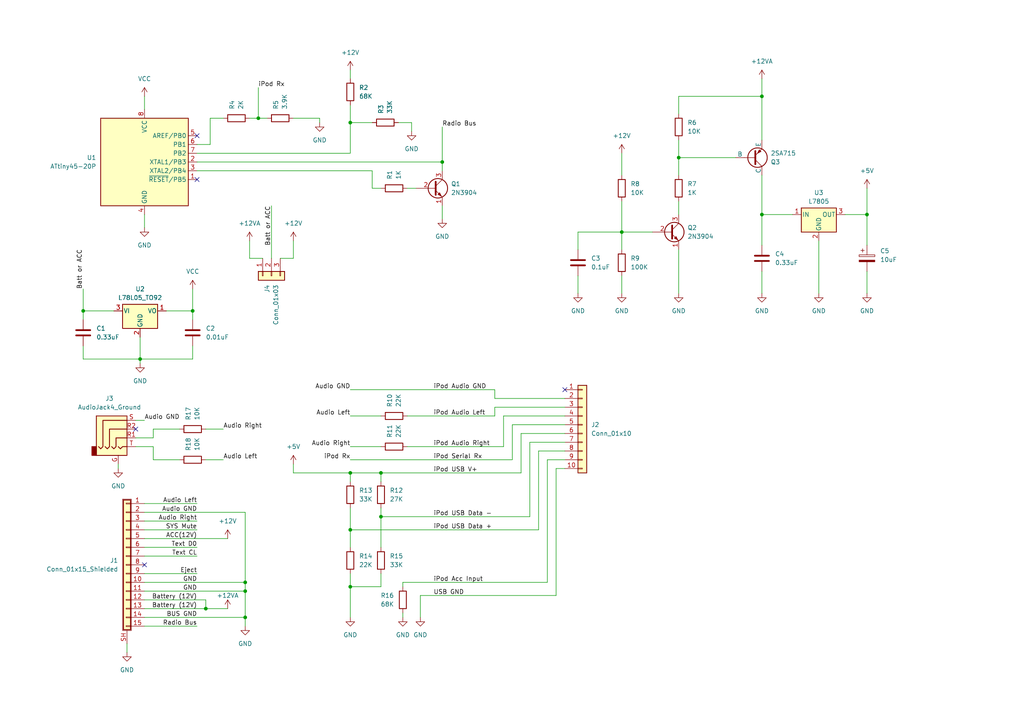
<source format=kicad_sch>
(kicad_sch (version 20230121) (generator eeschema)
  (paper "A4")
  (lib_symbols
    (symbol "Connector_Audio:AudioJack4_Ground"
      (property "Reference" "J" (at 0 8.89 0))
      (property "Value" "AudioJack4_Ground" (at 0 6.35 0))
      (symbol "AudioJack4_Ground_0_1"
        (rectangle (start -6.35 -7.62) (end -7.62 -5.08) (stroke (width 0.254)) (fill (type outline)))
        (polyline (pts (xy 0 -5.08) (xy 0.635 -5.715) (xy 1.27 -5.08) (xy 2.54 -5.08)) (stroke (width 0.254)))
        (polyline (pts (xy -5.715 -5.08) (xy -5.08 -5.715) (xy -4.445 -5.08) (xy -4.445 2.54) (xy 2.54 2.54)) (stroke (width 0.254)))
        (polyline (pts (xy -1.905 -5.08) (xy -1.27 -5.715) (xy -0.635 -5.08) (xy -0.635 -2.54) (xy 2.54 -2.54)) (stroke (width 0.254)))
        (polyline (pts (xy 2.54 0) (xy -2.54 0) (xy -2.54 -5.08) (xy -3.175 -5.715) (xy -3.81 -5.08)) (stroke (width 0.254)))
        (rectangle (start 2.54 3.81) (end -6.35 -7.62) (stroke (width 0.254)) (fill (type background)))
      )
      (symbol "AudioJack4_Ground_1_1"
        (pin passive line (at 0 -10.16 90) (length 2.54) (name "~") (number "G"))
        (pin passive line (at 5.08 -2.54 180) (length 2.54) (name "~") (number "R1"))
        (pin passive line (at 5.08 0 180) (length 2.54) (name "~") (number "R2"))
        (pin passive line (at 5.08 2.54 180) (length 2.54) (name "~") (number "S"))
        (pin passive line (at 5.08 -5.08 180) (length 2.54) (name "~") (number "T"))
      )
    )
    (symbol "Connector_Generic:Conn_01x03" (pin_names (offset 1.016) hide)
      (property "Reference" "J" (at 0 5.08 0))
      (property "Value" "Conn_01x03" (at 0 -5.08 0))
      (symbol "Conn_01x03_1_1"
        (rectangle (start -1.27 -2.413) (end 0 -2.667) (stroke (width 0.1524)))
        (rectangle (start -1.27 0.127) (end 0 -0.127) (stroke (width 0.1524)))
        (rectangle (start -1.27 2.667) (end 0 2.413) (stroke (width 0.1524)))
        (rectangle (start -1.27 3.81) (end 1.27 -3.81) (stroke (width 0.254)) (fill (type background)))
        (pin passive line (at -5.08 2.54 0) (length 3.81) (name "Pin_1") (number "1"))
        (pin passive line (at -5.08 0 0) (length 3.81) (name "Pin_2") (number "2"))
        (pin passive line (at -5.08 -2.54 0) (length 3.81) (name "Pin_3") (number "3"))
      )
    )
    (symbol "Connector_Generic:Conn_01x10" (pin_names (offset 1.016) hide)
      (property "Reference" "J" (at 0 12.7 0))
      (property "Value" "Conn_01x10" (at 0 -15.24 0))
      (symbol "Conn_01x10_1_1"
        (rectangle (start -1.27 -12.573) (end 0 -12.827) (stroke (width 0.1524)))
        (rectangle (start -1.27 -10.033) (end 0 -10.287) (stroke (width 0.1524)))
        (rectangle (start -1.27 -7.493) (end 0 -7.747) (stroke (width 0.1524)))
        (rectangle (start -1.27 -4.953) (end 0 -5.207) (stroke (width 0.1524)))
        (rectangle (start -1.27 -2.413) (end 0 -2.667) (stroke (width 0.1524)))
        (rectangle (start -1.27 0.127) (end 0 -0.127) (stroke (width 0.1524)))
        (rectangle (start -1.27 2.667) (end 0 2.413) (stroke (width 0.1524)))
        (rectangle (start -1.27 5.207) (end 0 4.953) (stroke (width 0.1524)))
        (rectangle (start -1.27 7.747) (end 0 7.493) (stroke (width 0.1524)))
        (rectangle (start -1.27 10.287) (end 0 10.033) (stroke (width 0.1524)))
        (rectangle (start -1.27 11.43) (end 1.27 -13.97) (stroke (width 0.254)) (fill (type background)))
        (pin passive line (at -5.08 10.16 0) (length 3.81) (name "Pin_1") (number "1"))
        (pin passive line (at -5.08 -12.7 0) (length 3.81) (name "Pin_10") (number "10"))
        (pin passive line (at -5.08 7.62 0) (length 3.81) (name "Pin_2") (number "2"))
        (pin passive line (at -5.08 5.08 0) (length 3.81) (name "Pin_3") (number "3"))
        (pin passive line (at -5.08 2.54 0) (length 3.81) (name "Pin_4") (number "4"))
        (pin passive line (at -5.08 0 0) (length 3.81) (name "Pin_5") (number "5"))
        (pin passive line (at -5.08 -2.54 0) (length 3.81) (name "Pin_6") (number "6"))
        (pin passive line (at -5.08 -5.08 0) (length 3.81) (name "Pin_7") (number "7"))
        (pin passive line (at -5.08 -7.62 0) (length 3.81) (name "Pin_8") (number "8"))
        (pin passive line (at -5.08 -10.16 0) (length 3.81) (name "Pin_9") (number "9"))
      )
    )
    (symbol "Connector_Generic_Shielded:Conn_01x15_Shielded" (pin_names (offset 1.016) hide)
      (property "Reference" "J" (at 0.254 20.066 0))
      (property "Value" "Conn_01x15_Shielded" (at 1.016 -20.066 0))
      (symbol "Conn_01x15_Shielded_1_1"
        (rectangle (start -1.27 19.05) (end 1.27 -19.05) (stroke (width 0.1524)))
        (rectangle (start -1.016 -17.653) (end 0.254 -17.907) (stroke (width 0.1524)))
        (rectangle (start -1.016 -15.113) (end 0.254 -15.367) (stroke (width 0.1524)))
        (rectangle (start -1.016 -12.573) (end 0.254 -12.827) (stroke (width 0.1524)))
        (rectangle (start -1.016 -10.033) (end 0.254 -10.287) (stroke (width 0.1524)))
        (rectangle (start -1.016 -7.493) (end 0.254 -7.747) (stroke (width 0.1524)))
        (rectangle (start -1.016 -4.953) (end 0.254 -5.207) (stroke (width 0.1524)))
        (rectangle (start -1.016 -2.413) (end 0.254 -2.667) (stroke (width 0.1524)))
        (rectangle (start -1.016 0.127) (end 0.254 -0.127) (stroke (width 0.1524)))
        (rectangle (start -1.016 2.667) (end 0.254 2.413) (stroke (width 0.1524)))
        (rectangle (start -1.016 5.207) (end 0.254 4.953) (stroke (width 0.1524)))
        (rectangle (start -1.016 7.747) (end 0.254 7.493) (stroke (width 0.1524)))
        (rectangle (start -1.016 10.287) (end 0.254 10.033) (stroke (width 0.1524)))
        (rectangle (start -1.016 12.827) (end 0.254 12.573) (stroke (width 0.1524)))
        (rectangle (start -1.016 15.367) (end 0.254 15.113) (stroke (width 0.1524)))
        (rectangle (start -1.016 17.907) (end 0.254 17.653) (stroke (width 0.1524)))
        (rectangle (start -1.016 18.796) (end 1.016 -18.796) (stroke (width 0.254)) (fill (type background)))
        (pin passive line (at -5.08 17.78 0) (length 4.064) (name "Pin_1") (number "1"))
        (pin passive line (at -5.08 -5.08 0) (length 4.064) (name "Pin_10") (number "10"))
        (pin passive line (at -5.08 -7.62 0) (length 4.064) (name "Pin_11") (number "11"))
        (pin passive line (at -5.08 -10.16 0) (length 4.064) (name "Pin_12") (number "12"))
        (pin passive line (at -5.08 -12.7 0) (length 4.064) (name "Pin_13") (number "13"))
        (pin passive line (at -5.08 -15.24 0) (length 4.064) (name "Pin_14") (number "14"))
        (pin passive line (at -5.08 -17.78 0) (length 4.064) (name "Pin_15") (number "15"))
        (pin passive line (at -5.08 15.24 0) (length 4.064) (name "Pin_2") (number "2"))
        (pin passive line (at -5.08 12.7 0) (length 4.064) (name "Pin_3") (number "3"))
        (pin passive line (at -5.08 10.16 0) (length 4.064) (name "Pin_4") (number "4"))
        (pin passive line (at -5.08 7.62 0) (length 4.064) (name "Pin_5") (number "5"))
        (pin passive line (at -5.08 5.08 0) (length 4.064) (name "Pin_6") (number "6"))
        (pin passive line (at -5.08 2.54 0) (length 4.064) (name "Pin_7") (number "7"))
        (pin passive line (at -5.08 0 0) (length 4.064) (name "Pin_8") (number "8"))
        (pin passive line (at -5.08 -2.54 0) (length 4.064) (name "Pin_9") (number "9"))
        (pin passive line (at 0 -22.86 90) (length 3.81) (name "Shield") (number "SH"))
      )
    )
    (symbol "Device:C" (pin_numbers hide) (pin_names (offset 0.254))
      (property "Reference" "C" (at 0.635 2.54 0))
      (property "Value" "C" (at 0.635 -2.54 0))
      (symbol "C_0_1"
        (polyline (pts (xy -2.032 -0.762) (xy 2.032 -0.762)) (stroke (width 0.508)))
        (polyline (pts (xy -2.032 0.762) (xy 2.032 0.762)) (stroke (width 0.508)))
      )
      (symbol "C_1_1"
        (pin passive line (at 0 3.81 270) (length 2.794) (name "~") (number "1"))
        (pin passive line (at 0 -3.81 90) (length 2.794) (name "~") (number "2"))
      )
    )
    (symbol "Device:C_Polarized" (pin_numbers hide) (pin_names (offset 0.254))
      (property "Reference" "C" (at 0.635 2.54 0))
      (property "Value" "C_Polarized" (at 0.635 -2.54 0))
      (symbol "C_Polarized_0_1"
        (rectangle (start -2.286 0.508) (end 2.286 1.016))
        (polyline (pts (xy -1.778 2.286) (xy -0.762 2.286)))
        (polyline (pts (xy -1.27 2.794) (xy -1.27 1.778)))
        (rectangle (start 2.286 -0.508) (end -2.286 -1.016) (fill (type outline)))
      )
      (symbol "C_Polarized_1_1"
        (pin passive line (at 0 3.81 270) (length 2.794) (name "~") (number "1"))
        (pin passive line (at 0 -3.81 90) (length 2.794) (name "~") (number "2"))
      )
    )
    (symbol "Device:R" (pin_numbers hide) (pin_names (offset 0))
      (property "Reference" "R" (at 2.032 0 90))
      (property "Value" "R" (at 0 0 90))
      (symbol "R_0_1"
        (rectangle (start -1.016 -2.54) (end 1.016 2.54) (stroke (width 0.254)))
      )
      (symbol "R_1_1"
        (pin passive line (at 0 3.81 270) (length 1.27) (name "~") (number "1"))
        (pin passive line (at 0 -3.81 90) (length 1.27) (name "~") (number "2"))
      )
    )
    (symbol "MCU_Microchip_ATtiny:ATtiny45-20P"
      (property "Reference" "U" (at -12.7 13.97 0))
      (property "Value" "ATtiny45-20P" (at 2.54 -13.97 0))
      (symbol "ATtiny45-20P_0_1"
        (rectangle (start -12.7 -12.7) (end 12.7 12.7) (stroke (width 0.254)) (fill (type background)))
      )
      (symbol "ATtiny45-20P_1_1"
        (pin bidirectional line (at 15.24 -5.08 180) (length 2.54) (name "~{RESET}/PB5") (number "1"))
        (pin bidirectional line (at 15.24 0 180) (length 2.54) (name "XTAL1/PB3") (number "2"))
        (pin bidirectional line (at 15.24 -2.54 180) (length 2.54) (name "XTAL2/PB4") (number "3"))
        (pin power_in line (at 0 -15.24 90) (length 2.54) (name "GND") (number "4"))
        (pin bidirectional line (at 15.24 7.62 180) (length 2.54) (name "AREF/PB0") (number "5"))
        (pin bidirectional line (at 15.24 5.08 180) (length 2.54) (name "PB1") (number "6"))
        (pin bidirectional line (at 15.24 2.54 180) (length 2.54) (name "PB2") (number "7"))
        (pin power_in line (at 0 15.24 270) (length 2.54) (name "VCC") (number "8"))
      )
    )
    (symbol "Regulator_Linear:L7805" (pin_names (offset 0.254))
      (property "Reference" "U" (at -3.81 3.175 0))
      (property "Value" "L7805" (at 0 3.175 0))
      (symbol "L7805_0_1"
        (rectangle (start -5.08 1.905) (end 5.08 -5.08) (stroke (width 0.254)) (fill (type background)))
      )
      (symbol "L7805_1_1"
        (pin power_in line (at -7.62 0 0) (length 2.54) (name "IN") (number "1"))
        (pin power_in line (at 0 -7.62 90) (length 2.54) (name "GND") (number "2"))
        (pin power_out line (at 7.62 0 180) (length 2.54) (name "OUT") (number "3"))
      )
    )
    (symbol "Regulator_Linear:L78L05_TO92" (pin_names (offset 0.254))
      (property "Reference" "U" (at -3.81 3.175 0))
      (property "Value" "L78L05_TO92" (at 0 3.175 0))
      (symbol "L78L05_TO92_0_1"
        (rectangle (start -5.08 -5.08) (end 5.08 1.905) (stroke (width 0.254)) (fill (type background)))
      )
      (symbol "L78L05_TO92_1_1"
        (pin power_out line (at 7.62 0 180) (length 2.54) (name "VO") (number "1"))
        (pin power_in line (at 0 -7.62 90) (length 2.54) (name "GND") (number "2"))
        (pin power_in line (at -7.62 0 0) (length 2.54) (name "VI") (number "3"))
      )
    )
    (symbol "Simulation_SPICE:PNP" (pin_numbers hide) (pin_names (offset 0))
      (property "Reference" "Q" (at -2.54 7.62 0))
      (property "Value" "PNP" (at -2.54 5.08 0))
      (symbol "PNP_0_1"
        (polyline (pts (xy -2.54 0) (xy 0.635 0)) (stroke (width 0.1524)))
        (polyline (pts (xy 0.635 0.635) (xy 2.54 2.54)))
        (polyline (pts (xy 0.635 -0.635) (xy 2.54 -2.54) (xy 2.54 -2.54)))
        (polyline (pts (xy 0.635 1.905) (xy 0.635 -1.905) (xy 0.635 -1.905)) (stroke (width 0.508)))
        (polyline (pts (xy 2.286 -1.778) (xy 1.778 -2.286) (xy 1.27 -1.27) (xy 2.286 -1.778) (xy 2.286 -1.778)) (fill (type outline)))
        (circle (center 1.27 0) (radius 2.8194) (stroke (width 0.254)))
      )
      (symbol "PNP_1_1"
        (pin open_collector line (at 2.54 5.08 270) (length 2.54) (name "C") (number "1"))
        (pin input line (at -5.08 0 0) (length 2.54) (name "B") (number "2"))
        (pin open_emitter line (at 2.54 -5.08 90) (length 2.54) (name "E") (number "3"))
      )
    )
    (symbol "Transistor_BJT:2N3904" (pin_names (offset 0) hide)
      (property "Reference" "Q" (at 5.08 1.905 0))
      (property "Value" "2N3904" (at 5.08 0 0))
      (symbol "2N3904_0_1"
        (polyline (pts (xy 0.635 0.635) (xy 2.54 2.54)))
        (polyline (pts (xy 0.635 -0.635) (xy 2.54 -2.54) (xy 2.54 -2.54)))
        (polyline (pts (xy 0.635 1.905) (xy 0.635 -1.905) (xy 0.635 -1.905)) (stroke (width 0.508)))
        (polyline (pts (xy 1.27 -1.778) (xy 1.778 -1.27) (xy 2.286 -2.286) (xy 1.27 -1.778) (xy 1.27 -1.778)) (fill (type outline)))
        (circle (center 1.27 0) (radius 2.8194) (stroke (width 0.254)))
      )
      (symbol "2N3904_1_1"
        (pin passive line (at 2.54 -5.08 90) (length 2.54) (name "E") (number "1"))
        (pin passive line (at -5.08 0 0) (length 5.715) (name "B") (number "2"))
        (pin passive line (at 2.54 5.08 270) (length 2.54) (name "C") (number "3"))
      )
    )
    (symbol "power:+12V" (power) (pin_names (offset 0))
      (property "Value" "+12V" (at 0 3.556 0))
      (symbol "+12V_0_1"
        (polyline (pts (xy -0.762 1.27) (xy 0 2.54)))
        (polyline (pts (xy 0 0) (xy 0 2.54)))
        (polyline (pts (xy 0 2.54) (xy 0.762 1.27)))
      )
      (symbol "+12V_1_1"
        (pin power_in line (at 0 0 90) (length 0) hide (name "+12V") (number "1"))
      )
    )
    (symbol "power:+12VA" (power) (pin_names (offset 0))
      (property "Value" "+12VA" (at 0 3.556 0))
      (symbol "+12VA_0_1"
        (polyline (pts (xy -0.762 1.27) (xy 0 2.54)))
        (polyline (pts (xy 0 0) (xy 0 2.54)))
        (polyline (pts (xy 0 2.54) (xy 0.762 1.27)))
      )
      (symbol "+12VA_1_1"
        (pin power_in line (at 0 0 90) (length 0) hide (name "+12VA") (number "1"))
      )
    )
    (symbol "power:+5V" (power) (pin_names (offset 0))
      (property "Value" "+5V" (at 0 3.556 0))
      (symbol "+5V_0_1"
        (polyline (pts (xy -0.762 1.27) (xy 0 2.54)))
        (polyline (pts (xy 0 0) (xy 0 2.54)))
        (polyline (pts (xy 0 2.54) (xy 0.762 1.27)))
      )
      (symbol "+5V_1_1"
        (pin power_in line (at 0 0 90) (length 0) hide (name "+5V") (number "1"))
      )
    )
    (symbol "power:GND" (power) (pin_names (offset 0))
      (property "Value" "GND" (at 0 -3.81 0))
      (symbol "GND_0_1"
        (polyline (pts (xy 0 0) (xy 0 -1.27) (xy 1.27 -1.27) (xy 0 -2.54) (xy -1.27 -1.27) (xy 0 -1.27)))
      )
      (symbol "GND_1_1"
        (pin power_in line (at 0 0 270) (length 0) hide (name "GND") (number "1"))
      )
    )
    (symbol "power:VCC" (power) (pin_names (offset 0))
      (property "Value" "VCC" (at 0 3.81 0))
      (symbol "VCC_0_1"
        (polyline (pts (xy -0.762 1.27) (xy 0 2.54)))
        (polyline (pts (xy 0 0) (xy 0 2.54)))
        (polyline (pts (xy 0 2.54) (xy 0.762 1.27)))
      )
      (symbol "VCC_1_1"
        (pin power_in line (at 0 0 90) (length 0) hide (name "VCC") (number "1"))
      )
    )
  )
  (junction (at 59.69 176.53))
  (junction (at 196.85 45.72))
  (junction (at 110.49 137.16))
  (junction (at 40.64 104.14))
  (junction (at 74.93 34.29))
  (junction (at 101.6 35.56))
  (junction (at 71.12 168.91))
  (junction (at 128.27 46.99))
  (junction (at 220.98 62.23))
  (junction (at 101.6 153.67))
  (junction (at 110.49 149.86))
  (junction (at 55.88 90.17))
  (junction (at 101.6 170.18))
  (junction (at 101.6 137.16))
  (junction (at 24.13 90.17))
  (junction (at 71.12 179.07))
  (junction (at 180.34 67.31))
  (junction (at 220.98 27.94))
  (junction (at 71.12 171.45))
  (junction (at 251.46 62.23))
  (no_connect (at 163.83 113.03))
  (no_connect (at 41.91 163.83))
  (no_connect (at 39.37 124.46))
  (no_connect (at 57.15 39.37))
  (no_connect (at 57.15 52.07))
  (wire (pts (xy 36.83 189.23) (xy 36.83 186.69)))
  (wire (pts (xy 44.45 133.35) (xy 52.07 133.35)))
  (wire (pts (xy 24.13 83.82) (xy 24.13 90.17)))
  (wire (pts (xy 101.6 20.32) (xy 101.6 22.86)))
  (wire (pts (xy 220.98 62.23) (xy 220.98 71.12)))
  (wire (pts (xy 119.38 35.56) (xy 115.57 35.56)))
  (wire (pts (xy 156.21 153.67) (xy 156.21 130.81)))
  (wire (pts (xy 167.64 67.31) (xy 180.34 67.31)))
  (wire (pts (xy 116.84 168.91) (xy 116.84 170.18)))
  (wire (pts (xy 48.26 90.17) (xy 55.88 90.17)))
  (wire (pts (xy 128.27 36.83) (xy 128.27 46.99)))
  (wire (pts (xy 41.91 151.13) (xy 57.15 151.13)))
  (wire (pts (xy 118.11 129.54) (xy 146.05 129.54)))
  (wire (pts (xy 41.91 168.91) (xy 71.12 168.91)))
  (wire (pts (xy 110.49 137.16) (xy 110.49 139.7)))
  (wire (pts (xy 59.69 173.99) (xy 59.69 176.53)))
  (wire (pts (xy 220.98 62.23) (xy 229.87 62.23)))
  (wire (pts (xy 71.12 171.45) (xy 71.12 179.07)))
  (wire (pts (xy 119.38 38.1) (xy 119.38 35.56)))
  (wire (pts (xy 41.91 161.29) (xy 57.15 161.29)))
  (wire (pts (xy 24.13 100.33) (xy 24.13 104.14)))
  (wire (pts (xy 41.91 27.94) (xy 41.91 31.75)))
  (wire (pts (xy 57.15 49.53) (xy 107.95 49.53)))
  (wire (pts (xy 72.39 74.93) (xy 72.39 69.85)))
  (wire (pts (xy 237.49 69.85) (xy 237.49 85.09)))
  (wire (pts (xy 85.09 74.93) (xy 85.09 69.85)))
  (wire (pts (xy 161.29 135.89) (xy 163.83 135.89)))
  (wire (pts (xy 251.46 78.74) (xy 251.46 85.09)))
  (wire (pts (xy 161.29 172.72) (xy 161.29 135.89)))
  (wire (pts (xy 148.59 133.35) (xy 148.59 123.19)))
  (wire (pts (xy 196.85 58.42) (xy 196.85 62.23)))
  (wire (pts (xy 72.39 34.29) (xy 74.93 34.29)))
  (wire (pts (xy 196.85 45.72) (xy 196.85 50.8)))
  (wire (pts (xy 153.67 128.27) (xy 163.83 128.27)))
  (wire (pts (xy 101.6 129.54) (xy 110.49 129.54)))
  (wire (pts (xy 101.6 137.16) (xy 110.49 137.16)))
  (wire (pts (xy 220.98 78.74) (xy 220.98 85.09)))
  (wire (pts (xy 180.34 80.01) (xy 180.34 85.09)))
  (wire (pts (xy 167.64 80.01) (xy 167.64 85.09)))
  (wire (pts (xy 196.85 33.02) (xy 196.85 27.94)))
  (wire (pts (xy 180.34 58.42) (xy 180.34 67.31)))
  (wire (pts (xy 71.12 148.59) (xy 71.12 168.91)))
  (wire (pts (xy 110.49 147.32) (xy 110.49 149.86)))
  (wire (pts (xy 59.69 176.53) (xy 66.04 176.53)))
  (wire (pts (xy 101.6 170.18) (xy 101.6 166.37)))
  (wire (pts (xy 143.51 118.11) (xy 163.83 118.11)))
  (wire (pts (xy 101.6 133.35) (xy 148.59 133.35)))
  (wire (pts (xy 110.49 137.16) (xy 151.13 137.16)))
  (wire (pts (xy 78.74 59.69) (xy 78.74 74.93)))
  (wire (pts (xy 41.91 179.07) (xy 71.12 179.07)))
  (wire (pts (xy 153.67 149.86) (xy 153.67 128.27)))
  (wire (pts (xy 59.69 133.35) (xy 64.77 133.35)))
  (wire (pts (xy 101.6 35.56) (xy 101.6 44.45)))
  (wire (pts (xy 85.09 134.62) (xy 85.09 137.16)))
  (wire (pts (xy 180.34 67.31) (xy 189.23 67.31)))
  (wire (pts (xy 107.95 54.61) (xy 110.49 54.61)))
  (wire (pts (xy 44.45 127) (xy 44.45 124.46)))
  (wire (pts (xy 148.59 123.19) (xy 163.83 123.19)))
  (wire (pts (xy 24.13 92.71) (xy 24.13 90.17)))
  (wire (pts (xy 143.51 120.65) (xy 143.51 118.11)))
  (wire (pts (xy 146.05 129.54) (xy 146.05 120.65)))
  (wire (pts (xy 101.6 153.67) (xy 101.6 158.75)))
  (wire (pts (xy 101.6 153.67) (xy 156.21 153.67)))
  (wire (pts (xy 128.27 46.99) (xy 128.27 49.53)))
  (wire (pts (xy 74.93 25.4) (xy 74.93 34.29)))
  (wire (pts (xy 118.11 120.65) (xy 143.51 120.65)))
  (wire (pts (xy 213.36 45.72) (xy 196.85 45.72)))
  (wire (pts (xy 24.13 90.17) (xy 33.02 90.17)))
  (wire (pts (xy 40.64 105.41) (xy 40.64 104.14)))
  (wire (pts (xy 41.91 156.21) (xy 66.04 156.21)))
  (wire (pts (xy 85.09 34.29) (xy 92.71 34.29)))
  (wire (pts (xy 196.85 27.94) (xy 220.98 27.94)))
  (wire (pts (xy 101.6 120.65) (xy 110.49 120.65)))
  (wire (pts (xy 220.98 27.94) (xy 220.98 40.64)))
  (wire (pts (xy 180.34 44.45) (xy 180.34 50.8)))
  (wire (pts (xy 55.88 90.17) (xy 55.88 92.71)))
  (wire (pts (xy 81.28 74.93) (xy 85.09 74.93)))
  (wire (pts (xy 41.91 153.67) (xy 57.15 153.67)))
  (wire (pts (xy 41.91 62.23) (xy 41.91 66.04)))
  (wire (pts (xy 39.37 127) (xy 44.45 127)))
  (wire (pts (xy 251.46 62.23) (xy 251.46 71.12)))
  (wire (pts (xy 57.15 46.99) (xy 128.27 46.99)))
  (wire (pts (xy 121.92 179.07) (xy 121.92 172.72)))
  (wire (pts (xy 101.6 30.48) (xy 101.6 35.56)))
  (wire (pts (xy 39.37 129.54) (xy 44.45 129.54)))
  (wire (pts (xy 158.75 168.91) (xy 158.75 133.35)))
  (wire (pts (xy 220.98 50.8) (xy 220.98 62.23)))
  (wire (pts (xy 101.6 113.03) (xy 143.51 113.03)))
  (wire (pts (xy 60.96 34.29) (xy 64.77 34.29)))
  (wire (pts (xy 158.75 133.35) (xy 163.83 133.35)))
  (wire (pts (xy 92.71 34.29) (xy 92.71 35.56)))
  (wire (pts (xy 245.11 62.23) (xy 251.46 62.23)))
  (wire (pts (xy 39.37 121.92) (xy 41.91 121.92)))
  (wire (pts (xy 116.84 168.91) (xy 158.75 168.91)))
  (wire (pts (xy 57.15 44.45) (xy 101.6 44.45)))
  (wire (pts (xy 220.98 22.86) (xy 220.98 27.94)))
  (wire (pts (xy 146.05 120.65) (xy 163.83 120.65)))
  (wire (pts (xy 143.51 115.57) (xy 163.83 115.57)))
  (wire (pts (xy 40.64 97.79) (xy 40.64 104.14)))
  (wire (pts (xy 41.91 158.75) (xy 57.15 158.75)))
  (wire (pts (xy 107.95 49.53) (xy 107.95 54.61)))
  (wire (pts (xy 55.88 104.14) (xy 40.64 104.14)))
  (wire (pts (xy 71.12 168.91) (xy 71.12 171.45)))
  (wire (pts (xy 196.85 40.64) (xy 196.85 45.72)))
  (wire (pts (xy 110.49 149.86) (xy 153.67 149.86)))
  (wire (pts (xy 74.93 34.29) (xy 77.47 34.29)))
  (wire (pts (xy 156.21 130.81) (xy 163.83 130.81)))
  (wire (pts (xy 44.45 124.46) (xy 52.07 124.46)))
  (wire (pts (xy 76.2 74.93) (xy 72.39 74.93)))
  (wire (pts (xy 41.91 166.37) (xy 57.15 166.37)))
  (wire (pts (xy 24.13 104.14) (xy 40.64 104.14)))
  (wire (pts (xy 101.6 137.16) (xy 101.6 139.7)))
  (wire (pts (xy 44.45 129.54) (xy 44.45 133.35)))
  (wire (pts (xy 180.34 67.31) (xy 180.34 72.39)))
  (wire (pts (xy 118.11 54.61) (xy 120.65 54.61)))
  (wire (pts (xy 41.91 171.45) (xy 71.12 171.45)))
  (wire (pts (xy 85.09 137.16) (xy 101.6 137.16)))
  (wire (pts (xy 55.88 83.82) (xy 55.88 90.17)))
  (wire (pts (xy 151.13 137.16) (xy 151.13 125.73)))
  (wire (pts (xy 196.85 72.39) (xy 196.85 85.09)))
  (wire (pts (xy 167.64 72.39) (xy 167.64 67.31)))
  (wire (pts (xy 41.91 181.61) (xy 57.15 181.61)))
  (wire (pts (xy 34.29 135.89) (xy 34.29 134.62)))
  (wire (pts (xy 110.49 170.18) (xy 101.6 170.18)))
  (wire (pts (xy 101.6 170.18) (xy 101.6 179.07)))
  (wire (pts (xy 41.91 148.59) (xy 71.12 148.59)))
  (wire (pts (xy 41.91 173.99) (xy 59.69 173.99)))
  (wire (pts (xy 60.96 41.91) (xy 60.96 34.29)))
  (wire (pts (xy 57.15 41.91) (xy 60.96 41.91)))
  (wire (pts (xy 116.84 177.8) (xy 116.84 179.07)))
  (wire (pts (xy 128.27 63.5) (xy 128.27 59.69)))
  (wire (pts (xy 101.6 147.32) (xy 101.6 153.67)))
  (wire (pts (xy 251.46 54.61) (xy 251.46 62.23)))
  (wire (pts (xy 110.49 149.86) (xy 110.49 158.75)))
  (wire (pts (xy 110.49 166.37) (xy 110.49 170.18)))
  (wire (pts (xy 143.51 113.03) (xy 143.51 115.57)))
  (wire (pts (xy 121.92 172.72) (xy 161.29 172.72)))
  (wire (pts (xy 59.69 124.46) (xy 64.77 124.46)))
  (wire (pts (xy 101.6 35.56) (xy 107.95 35.56)))
  (wire (pts (xy 41.91 146.05) (xy 57.15 146.05)))
  (wire (pts (xy 55.88 100.33) (xy 55.88 104.14)))
  (wire (pts (xy 41.91 176.53) (xy 59.69 176.53)))
  (wire (pts (xy 151.13 125.73) (xy 163.83 125.73)))
  (wire (pts (xy 71.12 181.61) (xy 71.12 179.07)))
  (label "Text D0" (at 57.15 158.75 180))
  (label "Text CL" (at 57.15 161.29 180))
  (label "Audio Right" (at 57.15 151.13 180))
  (label "Batt or ACC" (at 78.74 59.69 270))
  (label "BUS GND" (at 57.15 179.07 180))
  (label "iPod USB V+" (at 125.73 137.16 0))
  (label "Batt or ACC" (at 24.13 83.82 90))
  (label "iPod Audio Right" (at 125.73 129.54 0))
  (label "iPod Rx" (at 74.93 25.4 0))
  (label "Audio Right" (at 101.6 129.54 180))
  (label "Audio Right" (at 64.77 124.46 0))
  (label "iPod Acc Input" (at 125.73 168.91 0))
  (label "Eject" (at 57.15 166.37 180))
  (label "iPod Serial Rx" (at 125.73 133.35 0))
  (label "Battery (12V)" (at 57.15 173.99 180))
  (label "USB GND" (at 125.73 172.72 0))
  (label "Audio Left" (at 57.15 146.05 180))
  (label "iPod USB Data +" (at 125.73 153.67 0))
  (label "iPod Rx" (at 101.6 133.35 180))
  (label "Audio GND" (at 57.15 148.59 180))
  (label "Radio Bus" (at 128.27 36.83 0))
  (label "iPod Audio GND" (at 125.73 113.03 0))
  (label "Audio Left" (at 64.77 133.35 0))
  (label "iPod Audio Left" (at 125.73 120.65 0))
  (label "GND" (at 57.15 171.45 180))
  (label "Audio Left" (at 101.6 120.65 180))
  (label "ACC(12V)" (at 57.15 156.21 180))
  (label "iPod USB Data -" (at 125.73 149.86 0))
  (label "Battery (12V)" (at 57.15 176.53 180))
  (label "Radio Bus" (at 57.15 181.61 180))
  (label "SYS Mute" (at 57.15 153.67 180))
  (label "GND" (at 57.15 168.91 180))
  (label "Audio GND" (at 101.6 113.03 180))
  (label "Audio GND" (at 41.91 121.92 0))
  (symbol (lib_id "power:GND") (at 71.12 181.61 0) (unit 1)
    (property "Reference" "#PWR026" (effects hide))
    (property "Value" "GND" (at 71.12 186.69 0))
  )
  (symbol (lib_id "Device:R") (at 114.3 129.54 90) (unit 1)
    (property "Reference" "R11" (at 113.03 127 0) (effects (justify left)))
    (property "Value" "22K" (at 115.57 127 0) (effects (justify left)))
    (property "Footprint" "Resistor_THT:R_Axial_DIN0204_L3.6mm_D1.6mm_P7.62mm_Horizontal" (effects hide))
  )
  (symbol (lib_id "Device:R") (at 55.88 133.35 90) (unit 1)
    (property "Reference" "R18" (at 54.61 130.81 0) (effects (justify left)))
    (property "Value" "10K" (at 57.15 130.81 0) (effects (justify left)))
    (property "Footprint" "Resistor_THT:R_Axial_DIN0204_L3.6mm_D1.6mm_P7.62mm_Horizontal" (effects hide))
  )
  (symbol (lib_id "power:+12VA") (at 72.39 69.85 0) (unit 1)
    (property "Reference" "#PWR07" (effects hide))
    (property "Value" "+12VA" (at 72.39 64.77 0))
  )
  (symbol (lib_id "power:+5V") (at 85.09 134.62 0) (unit 1)
    (property "Reference" "#PWR020" (effects hide))
    (property "Value" "+5V" (at 85.09 129.54 0))
  )
  (symbol (lib_id "MCU_Microchip_ATtiny:ATtiny45-20P") (at 41.91 46.99 0) (unit 1)
    (property "Reference" "U1" (at 27.94 45.72 0) (effects (justify right)))
    (property "Value" "ATtiny45-20P" (at 27.94 48.26 0) (effects (justify right)))
    (property "Footprint" "Package_DIP:DIP-8_W7.62mm" (effects hide))
    (property "Datasheet" "http://ww1.microchip.com/downloads/en/DeviceDoc/atmel-2586-avr-8-bit-microcontroller-attiny25-attiny45-attiny85_datasheet.pdf" (effects hide))
  )
  (symbol (lib_id "Device:C") (at 220.98 74.93 0) (unit 1)
    (property "Reference" "C4" (at 224.79 73.66 0) (effects (justify left)))
    (property "Value" "0.33uF" (at 224.79 76.2 0) (effects (justify left)))
    (property "Footprint" "Capacitor_THT:C_Disc_D5.0mm_W2.5mm_P2.50mm" (effects hide))
  )
  (symbol (lib_id "Device:R") (at 114.3 54.61 90) (unit 1)
    (property "Reference" "R1" (at 113.03 52.07 0) (effects (justify left)))
    (property "Value" "1K" (at 115.57 52.07 0) (effects (justify left)))
    (property "Footprint" "Resistor_THT:R_Axial_DIN0204_L3.6mm_D1.6mm_P7.62mm_Horizontal" (effects hide))
  )
  (symbol (lib_id "Device:R") (at 101.6 162.56 0) (unit 1)
    (property "Reference" "R14" (at 104.14 161.29 0) (effects (justify left)))
    (property "Value" "22K" (at 104.14 163.83 0) (effects (justify left)))
    (property "Footprint" "Resistor_THT:R_Axial_DIN0204_L3.6mm_D1.6mm_P7.62mm_Horizontal" (effects hide))
  )
  (symbol (lib_id "power:GND") (at 220.98 85.09 0) (unit 1)
    (property "Reference" "#PWR015" (effects hide))
    (property "Value" "GND" (at 220.98 90.17 0))
  )
  (symbol (lib_id "Device:R") (at 196.85 36.83 0) (unit 1)
    (property "Reference" "R6" (at 199.39 35.56 0) (effects (justify left)))
    (property "Value" "10K" (at 199.39 38.1 0) (effects (justify left)))
    (property "Footprint" "Resistor_THT:R_Axial_DIN0204_L3.6mm_D1.6mm_P7.62mm_Horizontal" (effects hide))
  )
  (symbol (lib_id "Device:R") (at 110.49 143.51 0) (unit 1)
    (property "Reference" "R12" (at 113.03 142.24 0) (effects (justify left)))
    (property "Value" "27K" (at 113.03 144.78 0) (effects (justify left)))
    (property "Footprint" "Resistor_THT:R_Axial_DIN0204_L3.6mm_D1.6mm_P7.62mm_Horizontal" (effects hide))
  )
  (symbol (lib_id "Simulation_SPICE:PNP") (at 218.44 45.72 0) (mirror x) (unit 1)
    (property "Reference" "Q3" (at 223.52 46.99 0) (effects (justify left)))
    (property "Value" "2SA715" (at 223.52 44.45 0) (effects (justify left)))
    (property "Footprint" "Package_TO_SOT_THT:TO-126-3_Horizontal_TabDown" (effects hide))
    (property "Sim.Device" "PNP" (effects hide))
    (property "Sim.Type" "GUMMELPOON" (effects hide))
    (property "Sim.Pins" "1=C 2=B 3=E" (effects hide))
  )
  (symbol (lib_id "power:GND") (at 167.64 85.09 0) (unit 1)
    (property "Reference" "#PWR012" (effects hide))
    (property "Value" "GND" (at 167.64 90.17 0))
  )
  (symbol (lib_id "Device:C") (at 24.13 96.52 0) (unit 1)
    (property "Reference" "C1" (at 27.94 95.25 0) (effects (justify left)))
    (property "Value" "0.33uF" (at 27.94 97.79 0) (effects (justify left)))
    (property "Footprint" "Capacitor_THT:C_Disc_D5.0mm_W2.5mm_P2.50mm" (effects hide))
  )
  (symbol (lib_id "power:GND") (at 237.49 85.09 0) (unit 1)
    (property "Reference" "#PWR016" (effects hide))
    (property "Value" "GND" (at 237.49 90.17 0))
  )
  (symbol (lib_id "Connector_Generic_Shielded:Conn_01x15_Shielded") (at 36.83 163.83 0) (mirror y) (unit 1)
    (property "Reference" "J1" (at 34.29 162.56 0) (effects (justify left)))
    (property "Value" "Conn_01x15_Shielded" (at 34.29 165.1 0) (effects (justify left)))
    (property "Footprint" "Connector:Mazda_Radio_Connector" (effects hide))
  )
  (symbol (lib_id "power:+5V") (at 251.46 54.61 0) (unit 1)
    (property "Reference" "#PWR018" (effects hide))
    (property "Value" "+5V" (at 251.46 49.53 0))
  )
  (symbol (lib_id "Device:R") (at 110.49 162.56 0) (unit 1)
    (property "Reference" "R15" (at 113.03 161.29 0) (effects (justify left)))
    (property "Value" "33K" (at 113.03 163.83 0) (effects (justify left)))
    (property "Footprint" "Resistor_THT:R_Axial_DIN0204_L3.6mm_D1.6mm_P7.62mm_Horizontal" (effects hide))
  )
  (symbol (lib_id "power:+12VA") (at 66.04 176.53 0) (unit 1)
    (property "Reference" "#PWR027" (effects hide))
    (property "Value" "+12VA" (at 66.04 172.72 0))
  )
  (symbol (lib_id "power:+12V") (at 180.34 44.45 0) (unit 1)
    (property "Reference" "#PWR010" (effects hide))
    (property "Value" "+12V" (at 180.34 39.37 0))
  )
  (symbol (lib_id "Device:R") (at 101.6 26.67 0) (unit 1)
    (property "Reference" "R2" (at 104.14 25.4 0) (effects (justify left)))
    (property "Value" "68K" (at 104.14 27.94 0) (effects (justify left)))
    (property "Footprint" "Resistor_THT:R_Axial_DIN0204_L3.6mm_D1.6mm_P7.62mm_Horizontal" (effects hide))
  )
  (symbol (lib_id "power:GND") (at 116.84 179.07 0) (unit 1)
    (property "Reference" "#PWR022" (effects hide))
    (property "Value" "GND" (at 116.84 184.15 0))
  )
  (symbol (lib_id "Device:R") (at 180.34 54.61 0) (unit 1)
    (property "Reference" "R8" (at 182.88 53.34 0) (effects (justify left)))
    (property "Value" "10K" (at 182.88 55.88 0) (effects (justify left)))
    (property "Footprint" "Resistor_THT:R_Axial_DIN0204_L3.6mm_D1.6mm_P7.62mm_Horizontal" (effects hide))
  )
  (symbol (lib_id "power:+12V") (at 85.09 69.85 0) (unit 1)
    (property "Reference" "#PWR028" (effects hide))
    (property "Value" "+12V" (at 85.09 64.77 0))
  )
  (symbol (lib_id "Device:R") (at 196.85 54.61 0) (unit 1)
    (property "Reference" "R7" (at 199.39 53.34 0) (effects (justify left)))
    (property "Value" "1K" (at 199.39 55.88 0) (effects (justify left)))
    (property "Footprint" "Resistor_THT:R_Axial_DIN0204_L3.6mm_D1.6mm_P7.62mm_Horizontal" (effects hide))
  )
  (symbol (lib_id "power:GND") (at 40.64 105.41 0) (unit 1)
    (property "Reference" "#PWR09" (effects hide))
    (property "Value" "GND" (at 40.64 110.49 0))
  )
  (symbol (lib_id "power:GND") (at 196.85 85.09 0) (unit 1)
    (property "Reference" "#PWR014" (effects hide))
    (property "Value" "GND" (at 196.85 90.17 0))
  )
  (symbol (lib_id "Regulator_Linear:L7805") (at 237.49 62.23 0) (unit 1)
    (property "Reference" "U3" (at 237.49 55.88 0))
    (property "Value" "L7805" (at 237.49 58.42 0))
    (property "Footprint" "Package_TO_SOT_THT:TO-220-3_Horizontal_TabDown" (effects hide))
    (property "Datasheet" "http://www.st.com/content/ccc/resource/technical/document/datasheet/41/4f/b3/b0/12/d4/47/88/CD00000444.pdf/files/CD00000444.pdf/jcr:content/translations/en.CD00000444.pdf" (effects hide))
  )
  (symbol (lib_id "Device:R") (at 114.3 120.65 90) (unit 1)
    (property "Reference" "R10" (at 113.03 118.11 0) (effects (justify left)))
    (property "Value" "22K" (at 115.57 118.11 0) (effects (justify left)))
    (property "Footprint" "Resistor_THT:R_Axial_DIN0204_L3.6mm_D1.6mm_P7.62mm_Horizontal" (effects hide))
  )
  (symbol (lib_id "Device:C") (at 55.88 96.52 0) (unit 1)
    (property "Reference" "C2" (at 59.69 95.25 0) (effects (justify left)))
    (property "Value" "0.01uF" (at 59.69 97.79 0) (effects (justify left)))
    (property "Footprint" "Capacitor_THT:C_Disc_D5.0mm_W2.5mm_P2.50mm" (effects hide))
  )
  (symbol (lib_id "power:GND") (at 101.6 179.07 0) (unit 1)
    (property "Reference" "#PWR023" (effects hide))
    (property "Value" "GND" (at 101.6 184.15 0))
  )
  (symbol (lib_id "power:GND") (at 121.92 179.07 0) (unit 1)
    (property "Reference" "#PWR021" (effects hide))
    (property "Value" "GND" (at 121.92 184.15 0))
  )
  (symbol (lib_id "power:GND") (at 36.83 189.23 0) (unit 1)
    (property "Reference" "#PWR019" (effects hide))
    (property "Value" "GND" (at 36.83 194.31 0))
  )
  (symbol (lib_id "Device:R") (at 81.28 34.29 90) (unit 1)
    (property "Reference" "R5" (at 80.01 31.75 0) (effects (justify left)))
    (property "Value" "3.9K" (at 82.55 31.75 0) (effects (justify left)))
    (property "Footprint" "Resistor_THT:R_Axial_DIN0204_L3.6mm_D1.6mm_P7.62mm_Horizontal" (effects hide))
  )
  (symbol (lib_id "Device:R") (at 68.58 34.29 90) (unit 1)
    (property "Reference" "R4" (at 67.31 31.75 0) (effects (justify left)))
    (property "Value" "2K" (at 69.85 31.75 0) (effects (justify left)))
    (property "Footprint" "Resistor_THT:R_Axial_DIN0204_L3.6mm_D1.6mm_P7.62mm_Horizontal" (effects hide))
  )
  (symbol (lib_id "Regulator_Linear:L78L05_TO92") (at 40.64 90.17 0) (unit 1)
    (property "Reference" "U2" (at 40.64 83.82 0))
    (property "Value" "L78L05_TO92" (at 40.64 86.36 0))
    (property "Footprint" "Package_TO_SOT_THT:TO-92_Inline" (effects hide))
    (property "Datasheet" "http://www.st.com/content/ccc/resource/technical/document/datasheet/15/55/e5/aa/23/5b/43/fd/CD00000446.pdf/files/CD00000446.pdf/jcr:content/translations/en.CD00000446.pdf" (effects hide))
  )
  (symbol (lib_id "Device:R") (at 180.34 76.2 0) (unit 1)
    (property "Reference" "R9" (at 182.88 74.93 0) (effects (justify left)))
    (property "Value" "100K" (at 182.88 77.47 0) (effects (justify left)))
    (property "Footprint" "Resistor_THT:R_Axial_DIN0204_L3.6mm_D1.6mm_P7.62mm_Horizontal" (effects hide))
  )
  (symbol (lib_id "Device:R") (at 116.84 173.99 0) (mirror y) (unit 1)
    (property "Reference" "R16" (at 114.3 172.72 0) (effects (justify left)))
    (property "Value" "68K" (at 114.3 175.26 0) (effects (justify left)))
    (property "Footprint" "Resistor_THT:R_Axial_DIN0204_L3.6mm_D1.6mm_P7.62mm_Horizontal" (effects hide))
  )
  (symbol (lib_id "power:GND") (at 119.38 38.1 0) (unit 1)
    (property "Reference" "#PWR02" (effects hide))
    (property "Value" "GND" (at 119.38 43.18 0))
  )
  (symbol (lib_id "power:GND") (at 92.71 35.56 0) (unit 1)
    (property "Reference" "#PWR03" (effects hide))
    (property "Value" "GND" (at 92.71 40.64 0))
  )
  (symbol (lib_id "Transistor_BJT:2N3904") (at 125.73 54.61 0) (unit 1)
    (property "Reference" "Q1" (at 130.81 53.34 0) (effects (justify left)))
    (property "Value" "2N3904" (at 130.81 55.88 0) (effects (justify left)))
    (property "Footprint" "Package_TO_SOT_THT:TO-92_Inline" (effects hide))
    (property "Datasheet" "https://www.onsemi.com/pub/Collateral/2N3903-D.PDF" (effects hide))
  )
  (symbol (lib_id "Device:R") (at 111.76 35.56 90) (unit 1)
    (property "Reference" "R3" (at 110.49 33.02 0) (effects (justify left)))
    (property "Value" "33K" (at 113.03 33.02 0) (effects (justify left)))
    (property "Footprint" "Resistor_THT:R_Axial_DIN0204_L3.6mm_D1.6mm_P7.62mm_Horizontal" (effects hide))
  )
  (symbol (lib_id "power:GND") (at 41.91 66.04 0) (unit 1)
    (property "Reference" "#PWR06" (effects hide))
    (property "Value" "GND" (at 41.91 71.12 0))
  )
  (symbol (lib_id "power:GND") (at 128.27 63.5 0) (unit 1)
    (property "Reference" "#PWR04" (effects hide))
    (property "Value" "GND" (at 128.27 68.58 0))
  )
  (symbol (lib_id "power:GND") (at 251.46 85.09 0) (unit 1)
    (property "Reference" "#PWR017" (effects hide))
    (property "Value" "GND" (at 251.46 90.17 0))
  )
  (symbol (lib_id "Connector_Generic:Conn_01x10") (at 168.91 123.19 0) (unit 1)
    (property "Reference" "J2" (at 171.45 123.19 0) (effects (justify left)))
    (property "Value" "Conn_01x10" (at 171.45 125.73 0) (effects (justify left)))
    (property "Footprint" "Connector_PinHeader_2.54mm:PinHeader_2x05_P2.54mm_Vertical" (effects hide))
  )
  (symbol (lib_id "Device:C") (at 167.64 76.2 0) (unit 1)
    (property "Reference" "C3" (at 171.45 74.93 0) (effects (justify left)))
    (property "Value" "0.1uF" (at 171.45 77.47 0) (effects (justify left)))
    (property "Footprint" "Capacitor_THT:C_Disc_D5.0mm_W2.5mm_P2.50mm" (effects hide))
  )
  (symbol (lib_id "Connector_Generic:Conn_01x03") (at 78.74 80.01 90) (mirror x) (unit 1)
    (property "Reference" "J4" (at 77.47 82.55 0) (effects (justify left)))
    (property "Value" "Conn_01x03" (at 80.01 82.55 0) (effects (justify left)))
    (property "Footprint" "Jumper:SolderJumper-3_P1.3mm_Bridged2Bar12_RoundedPad1.0x1.5mm" (effects hide))
  )
  (symbol (lib_id "Transistor_BJT:2N3904") (at 194.31 67.31 0) (unit 1)
    (property "Reference" "Q2" (at 199.39 66.04 0) (effects (justify left)))
    (property "Value" "2N3904" (at 199.39 68.58 0) (effects (justify left)))
    (property "Footprint" "Package_TO_SOT_THT:TO-92_Inline" (effects hide))
    (property "Datasheet" "https://www.onsemi.com/pub/Collateral/2N3903-D.PDF" (effects hide))
  )
  (symbol (lib_id "power:GND") (at 34.29 135.89 0) (unit 1)
    (property "Reference" "#PWR024" (effects hide))
    (property "Value" "GND" (at 34.29 140.97 0))
  )
  (symbol (lib_id "Device:R") (at 101.6 143.51 0) (unit 1)
    (property "Reference" "R13" (at 104.14 142.24 0) (effects (justify left)))
    (property "Value" "33K" (at 104.14 144.78 0) (effects (justify left)))
    (property "Footprint" "Resistor_THT:R_Axial_DIN0204_L3.6mm_D1.6mm_P7.62mm_Horizontal" (effects hide))
  )
  (symbol (lib_id "power:+12VA") (at 220.98 22.86 0) (unit 1)
    (property "Reference" "#PWR011" (effects hide))
    (property "Value" "+12VA" (at 220.98 17.78 0))
  )
  (symbol (lib_id "power:VCC") (at 41.91 27.94 0) (unit 1)
    (property "Reference" "#PWR05" (effects hide))
    (property "Value" "VCC" (at 41.91 22.86 0))
  )
  (symbol (lib_id "Connector_Audio:AudioJack4_Ground") (at 34.29 124.46 0) (unit 1)
    (property "Reference" "J3" (at 31.75 115.57 0))
    (property "Value" "AudioJack4_Ground" (at 31.75 118.11 0))
    (property "Footprint" "Connector_Audio:Jack_3.5mm_PJ320E_Horizontal" (effects hide))
  )
  (symbol (lib_id "power:+12V") (at 101.6 20.32 0) (unit 1)
    (property "Reference" "#PWR01" (effects hide))
    (property "Value" "+12V" (at 101.6 15.24 0))
  )
  (symbol (lib_id "power:VCC") (at 55.88 83.82 0) (unit 1)
    (property "Reference" "#PWR08" (effects hide))
    (property "Value" "VCC" (at 55.88 78.74 0))
  )
  (symbol (lib_id "power:+12V") (at 66.04 156.21 0) (unit 1)
    (property "Reference" "#PWR025" (effects hide))
    (property "Value" "+12V" (at 66.04 151.13 0))
  )
  (symbol (lib_id "power:GND") (at 180.34 85.09 0) (unit 1)
    (property "Reference" "#PWR013" (effects hide))
    (property "Value" "GND" (at 180.34 90.17 0))
  )
  (symbol (lib_id "Device:C_Polarized") (at 251.46 74.93 0) (unit 1)
    (property "Reference" "C5" (at 255.27 72.771 0) (effects (justify left)))
    (property "Value" "10uF" (at 255.27 75.311 0) (effects (justify left)))
    (property "Footprint" "Capacitor_THT:CP_Radial_D5.0mm_P2.00mm" (effects hide))
  )
  (symbol (lib_id "Device:R") (at 55.88 124.46 90) (unit 1)
    (property "Reference" "R17" (at 54.61 121.92 0) (effects (justify left)))
    (property "Value" "10K" (at 57.15 121.92 0) (effects (justify left)))
    (property "Footprint" "Resistor_THT:R_Axial_DIN0204_L3.6mm_D1.6mm_P7.62mm_Horizontal" (effects hide))
  )
)
</source>
